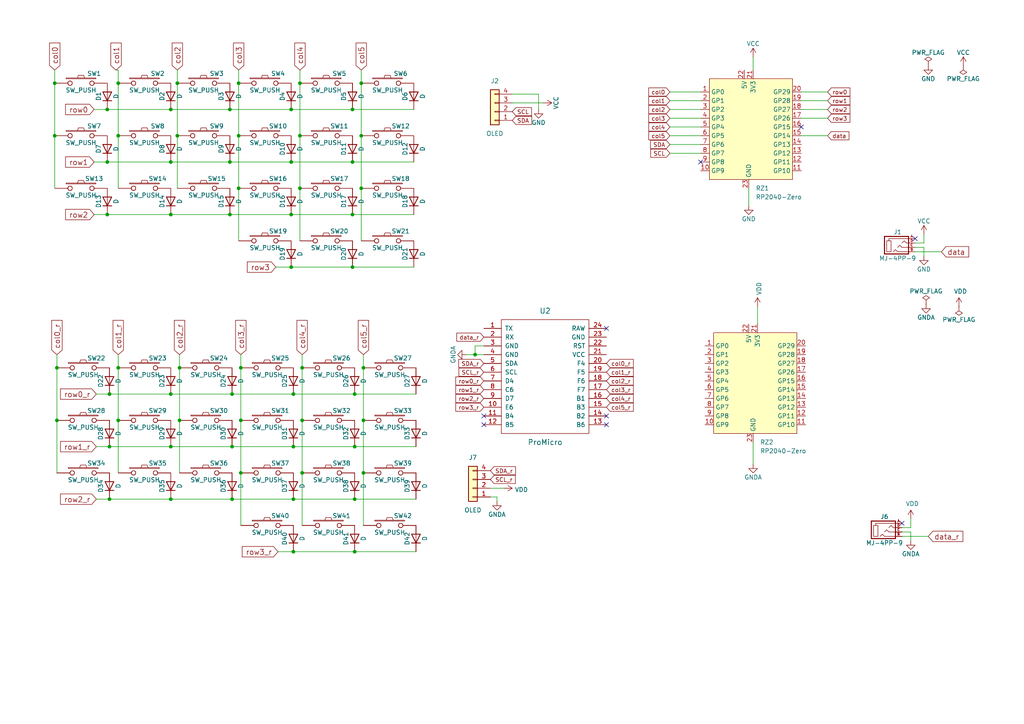
<source format=kicad_sch>
(kicad_sch (version 20211123) (generator eeschema)
  (paper "A4")
  (title_block (title "Corne Light") (date "2018-12-26") (rev "2.1") (company "foostan"))
  (lib_symbols
    (symbol "Connector_Generic:Conn_01x04" (pin_names (offset 1.016) hide)
      (property "Reference" "J" (at 0 5.08 0))
      (property "Value" "Conn_01x04" (at 0 -7.62 0))
      (symbol "Conn_01x04_1_1"
        (rectangle (start -1.27 -4.953) (end 0 -5.207) (stroke (width 0.1524)))
        (rectangle (start -1.27 -2.413) (end 0 -2.667) (stroke (width 0.1524)))
        (rectangle (start -1.27 0.127) (end 0 -0.127) (stroke (width 0.1524)))
        (rectangle (start -1.27 2.667) (end 0 2.413) (stroke (width 0.1524)))
        (rectangle (start -1.27 3.81) (end 1.27 -6.35) (stroke (width 0.254)) (fill (type background)))
        (pin passive line (at -5.08 2.54 0) (length 3.81) (name "Pin_1") (number "1"))
        (pin passive line (at -5.08 0 0) (length 3.81) (name "Pin_2") (number "2"))
        (pin passive line (at -5.08 -2.54 0) (length 3.81) (name "Pin_3") (number "3"))
        (pin passive line (at -5.08 -5.08 0) (length 3.81) (name "Pin_4") (number "4"))
      )
    )
    (symbol "Device:D" (pin_numbers hide) (pin_names (offset 1.016) hide)
      (property "Reference" "D" (at 0 2.54 0))
      (property "Value" "D" (at 0 -2.54 0))
      (symbol "D_0_1"
        (polyline (pts (xy -1.27 1.27) (xy -1.27 -1.27)) (stroke (width 0.254)))
        (polyline (pts (xy 1.27 0) (xy -1.27 0)))
        (polyline (pts (xy 1.27 1.27) (xy 1.27 -1.27) (xy -1.27 0) (xy 1.27 1.27)) (stroke (width 0.254)))
      )
      (symbol "D_1_1"
        (pin passive line (at -3.81 0 0) (length 2.54) (name "K") (number "1"))
        (pin passive line (at 3.81 0 180) (length 2.54) (name "A") (number "2"))
      )
    )
    (symbol "chococorne-rescue:MJ-4PP-9-kbd-corne-light-rescue" (pin_names (offset 1.016))
      (property "Reference" "J" (at 0 3.81 0))
      (property "Value" "MJ-4PP-9-kbd-corne-light-rescue" (at 0 -3.81 0))
      (symbol "MJ-4PP-9-kbd-corne-light-rescue_0_1"
        (rectangle (start -1.905 -1.905) (end -3.175 1.27))
        (polyline (pts (xy -2.54 1.27) (xy -2.54 1.905) (xy 3.175 1.905)))
        (polyline (pts (xy -1.27 -1.905) (xy -0.635 -1.27) (xy 0 -1.905) (xy 3.175 -1.905)))
        (polyline (pts (xy 0 -0.635) (xy 0.635 0) (xy 1.27 -0.635) (xy 3.175 -0.635)))
        (polyline (pts (xy 1.27 0.635) (xy 1.905 1.27) (xy 2.54 0.635) (xy 3.175 0.635)))
        (rectangle (start 3.175 2.54) (end -3.81 -2.54) (stroke (width 0.3048)))
      )
      (symbol "MJ-4PP-9-kbd-corne-light-rescue_1_1"
        (pin input line (at 5.08 1.905 180) (length 2.0066) (name "~") (number "A"))
        (pin input line (at 5.08 -1.905 180) (length 2.0066) (name "~") (number "B"))
        (pin input line (at 5.08 -0.635 180) (length 2.0066) (name "~") (number "C"))
        (pin input line (at 5.08 0.635 180) (length 2.0066) (name "~") (number "D"))
      )
    )
    (symbol "chococorne-rescue:ProMicro-kbd-corne-light-rescue" (pin_names (offset 1.016))
      (property "Reference" "U" (at 0 24.13 0))
      (property "Value" "ProMicro-kbd-corne-light-rescue" (at 0 -13.97 0))
      (symbol "ProMicro-kbd-corne-light-rescue_0_1"
        (rectangle (start -12.7 21.59) (end 12.7 -11.43))
      )
      (symbol "ProMicro-kbd-corne-light-rescue_1_1"
        (pin bidirectional line (at -17.78 19.05 0) (length 5.08) (name "TX") (number "1"))
        (pin bidirectional line (at -17.78 -3.81 0) (length 5.08) (name "E6") (number "10"))
        (pin bidirectional line (at -17.78 -6.35 0) (length 5.08) (name "B4") (number "11"))
        (pin bidirectional line (at -17.78 -8.89 0) (length 5.08) (name "B5") (number "12"))
        (pin bidirectional line (at 17.78 -8.89 180) (length 5.08) (name "B6") (number "13"))
        (pin bidirectional line (at 17.78 -6.35 180) (length 5.08) (name "B2") (number "14"))
        (pin bidirectional line (at 17.78 -3.81 180) (length 5.08) (name "B3") (number "15"))
        (pin bidirectional line (at 17.78 -1.27 180) (length 5.08) (name "B1") (number "16"))
        (pin bidirectional line (at 17.78 1.27 180) (length 5.08) (name "F7") (number "17"))
        (pin bidirectional line (at 17.78 3.81 180) (length 5.08) (name "F6") (number "18"))
        (pin bidirectional line (at 17.78 6.35 180) (length 5.08) (name "F5") (number "19"))
        (pin bidirectional line (at -17.78 16.51 0) (length 5.08) (name "RX") (number "2"))
        (pin bidirectional line (at 17.78 8.89 180) (length 5.08) (name "F4") (number "20"))
        (pin power_in line (at 17.78 11.43 180) (length 5.08) (name "VCC") (number "21"))
        (pin input line (at 17.78 13.97 180) (length 5.08) (name "RST") (number "22"))
        (pin power_in line (at 17.78 16.51 180) (length 5.08) (name "GND") (number "23"))
        (pin power_out line (at 17.78 19.05 180) (length 5.08) (name "RAW") (number "24"))
        (pin power_in line (at -17.78 13.97 0) (length 5.08) (name "GND") (number "3"))
        (pin power_in line (at -17.78 11.43 0) (length 5.08) (name "GND") (number "4"))
        (pin bidirectional line (at -17.78 8.89 0) (length 5.08) (name "SDA") (number "5"))
        (pin bidirectional line (at -17.78 6.35 0) (length 5.08) (name "SCL") (number "6"))
        (pin bidirectional line (at -17.78 3.81 0) (length 5.08) (name "D4") (number "7"))
        (pin bidirectional line (at -17.78 1.27 0) (length 5.08) (name "C6") (number "8"))
        (pin bidirectional line (at -17.78 -1.27 0) (length 5.08) (name "D7") (number "9"))
      )
    )
    (symbol "chococorne-rescue:SW_PUSH-kbd-corne-light-rescue" (pin_numbers hide) (pin_names (offset 1.016) hide)
      (property "Reference" "SW" (at 3.81 2.794 0))
      (property "Value" "SW_PUSH-kbd-corne-light-rescue" (at 0 -2.032 0))
      (symbol "SW_PUSH-kbd-corne-light-rescue_0_1"
        (rectangle (start -4.318 1.27) (end 4.318 1.524))
        (polyline (pts (xy -1.016 1.524) (xy -0.762 2.286) (xy 0.762 2.286) (xy 1.016 1.524)))
        (pin passive inverted (at -7.62 0 0) (length 5.08) (name "1") (number "1"))
        (pin passive inverted (at 7.62 0 180) (length 5.08) (name "2") (number "2"))
      )
    )
    (symbol "power:GND" (power) (pin_names (offset 0))
      (property "Value" "GND" (at 0 -3.81 0))
      (symbol "GND_0_1"
        (polyline (pts (xy 0 0) (xy 0 -1.27) (xy 1.27 -1.27) (xy 0 -2.54) (xy -1.27 -1.27) (xy 0 -1.27)))
      )
      (symbol "GND_1_1"
        (pin power_in line (at 0 0 270) (length 0) hide (name "GND") (number "1"))
      )
    )
    (symbol "power:GNDA" (power) (pin_names (offset 0))
      (property "Value" "GNDA" (at 0 -3.81 0))
      (symbol "GNDA_0_1"
        (polyline (pts (xy 0 0) (xy 0 -1.27) (xy 1.27 -1.27) (xy 0 -2.54) (xy -1.27 -1.27) (xy 0 -1.27)))
      )
      (symbol "GNDA_1_1"
        (pin power_in line (at 0 0 270) (length 0) hide (name "GNDA") (number "1"))
      )
    )
    (symbol "power:PWR_FLAG" (power) (pin_numbers hide) (pin_names (offset 0) hide)
      (property "Value" "PWR_FLAG" (at 0 3.81 0))
      (symbol "PWR_FLAG_0_0"
        (pin power_out line (at 0 0 90) (length 0) (name "pwr") (number "1"))
      )
      (symbol "PWR_FLAG_0_1"
        (polyline (pts (xy 0 0) (xy 0 1.27) (xy -1.016 1.905) (xy 0 2.54) (xy 1.016 1.905) (xy 0 1.27)))
      )
    )
    (symbol "power:VCC" (power) (pin_names (offset 0))
      (property "Value" "VCC" (at 0 3.81 0))
      (symbol "VCC_0_1"
        (polyline (pts (xy -0.762 1.27) (xy 0 2.54)))
        (polyline (pts (xy 0 0) (xy 0 2.54)))
        (polyline (pts (xy 0 2.54) (xy 0.762 1.27)))
      )
      (symbol "VCC_1_1"
        (pin power_in line (at 0 0 90) (length 0) hide (name "VCC") (number "1"))
      )
    )
    (symbol "power:VDD" (power) (pin_names (offset 0))
      (property "Value" "VDD" (at 0 3.81 0))
      (symbol "VDD_0_1"
        (polyline (pts (xy -0.762 1.27) (xy 0 2.54)))
        (polyline (pts (xy 0 0) (xy 0 2.54)))
        (polyline (pts (xy 0 2.54) (xy 0.762 1.27)))
      )
      (symbol "VDD_1_1"
        (pin power_in line (at 0 0 90) (length 0) hide (name "VDD") (number "1"))
      )
    )
    (symbol "rp2040-zero:RP2040-Zero"
      (property "Reference" "RZ" (at 0 0 0))
      (property "Value" "RP2040-Zero" (at 0 -2.54 0))
      (symbol "RP2040-Zero_0_1"
        (rectangle (start -11.43 -15.24) (end 12.7 13.97) (fill (type background)))
      )
      (symbol "RP2040-Zero_1_1"
        (pin bidirectional line (at -13.97 10.16 0) (length 2.54) (name "GP0") (number "1"))
        (pin bidirectional line (at -13.97 -12.7 0) (length 2.54) (name "GP9") (number "10"))
        (pin bidirectional line (at 15.24 -12.7 180) (length 2.54) (name "GP10") (number "11"))
        (pin bidirectional line (at 15.24 -10.16 180) (length 2.54) (name "GP11") (number "12"))
        (pin bidirectional line (at 15.24 -7.62 180) (length 2.54) (name "GP12") (number "13"))
        (pin bidirectional line (at 15.24 -5.08 180) (length 2.54) (name "GP13") (number "14"))
        (pin bidirectional line (at 15.24 -2.54 180) (length 2.54) (name "GP14") (number "15"))
        (pin bidirectional line (at 15.24 0 180) (length 2.54) (name "GP15") (number "16"))
        (pin bidirectional line (at 15.24 2.54 180) (length 2.54) (name "GP26") (number "17"))
        (pin bidirectional line (at 15.24 5.08 180) (length 2.54) (name "GP27") (number "18"))
        (pin bidirectional line (at 15.24 7.62 180) (length 2.54) (name "GP28") (number "19"))
        (pin bidirectional line (at -13.97 7.62 0) (length 2.54) (name "GP1") (number "2"))
        (pin bidirectional line (at 15.24 10.16 180) (length 2.54) (name "GP29") (number "20"))
        (pin power_in line (at 1.27 16.51 270) (length 2.54) (name "3V3") (number "21"))
        (pin power_in line (at -1.27 16.51 270) (length 2.54) (name "5V") (number "22"))
        (pin power_in line (at 0 -17.78 90) (length 2.54) (name "GND") (number "23"))
        (pin bidirectional line (at -13.97 5.08 0) (length 2.54) (name "GP2") (number "3"))
        (pin bidirectional line (at -13.97 2.54 0) (length 2.54) (name "GP3") (number "4"))
        (pin bidirectional line (at -13.97 0 0) (length 2.54) (name "GP4") (number "5"))
        (pin bidirectional line (at -13.97 -2.54 0) (length 2.54) (name "GP5") (number "6"))
        (pin bidirectional line (at -13.97 -5.08 0) (length 2.54) (name "GP6") (number "7"))
        (pin bidirectional line (at -13.97 -7.62 0) (length 2.54) (name "GP7") (number "8"))
        (pin bidirectional line (at -13.97 -10.16 0) (length 2.54) (name "GP8") (number "9"))
      )
    )
  )
  (junction (at 105.41 121.92))
  (junction (at 102.87 144.78))
  (junction (at 66.675 31.75))
  (junction (at 87.63 137.16))
  (junction (at 102.235 31.75))
  (junction (at 31.75 144.78))
  (junction (at 34.29 24.13))
  (junction (at 52.07 106.68))
  (junction (at 31.115 31.75))
  (junction (at 49.53 46.99))
  (junction (at 87.63 106.68))
  (junction (at 49.53 31.75))
  (junction (at 102.87 129.54))
  (junction (at 16.51 121.92))
  (junction (at 31.75 114.3))
  (junction (at 67.31 144.78))
  (junction (at 49.53 62.23))
  (junction (at 102.235 77.47))
  (junction (at 104.775 54.61))
  (junction (at 85.09 129.54))
  (junction (at 34.29 39.37))
  (junction (at 69.215 24.13))
  (junction (at 87.63 121.92))
  (junction (at 86.995 54.61))
  (junction (at 49.53 144.78))
  (junction (at 67.31 129.54))
  (junction (at 84.455 77.47))
  (junction (at 34.29 121.92))
  (junction (at 84.455 62.23))
  (junction (at 69.85 137.16))
  (junction (at 69.215 39.37))
  (junction (at 49.53 114.3))
  (junction (at 31.115 46.99))
  (junction (at 51.435 24.13))
  (junction (at 102.87 160.02))
  (junction (at 67.31 114.3))
  (junction (at 102.87 114.3))
  (junction (at 31.115 62.23))
  (junction (at 34.29 106.68))
  (junction (at 15.875 24.13))
  (junction (at 31.75 129.54))
  (junction (at 85.09 160.02))
  (junction (at 52.07 121.92))
  (junction (at 102.235 46.99))
  (junction (at 15.875 39.37))
  (junction (at 86.995 39.37))
  (junction (at 66.675 62.23))
  (junction (at 104.775 39.37))
  (junction (at 84.455 46.99))
  (junction (at 51.435 39.37))
  (junction (at 85.09 144.78))
  (junction (at 69.215 54.61))
  (junction (at 69.85 121.92))
  (junction (at 85.09 114.3))
  (junction (at 66.675 46.99))
  (junction (at 102.235 62.23))
  (junction (at 104.775 24.13))
  (junction (at 69.85 106.68))
  (junction (at 105.41 137.16))
  (junction (at 86.995 24.13))
  (junction (at 105.41 106.68))
  (junction (at 84.455 31.75))
  (junction (at 137.795 102.87))
  (junction (at 16.51 106.68))
  (junction (at 49.53 129.54))
  (no_connect (at 140.335 120.65))
  (no_connect (at 175.895 95.25))
  (no_connect (at 232.41 36.83))
  (no_connect (at 203.2 46.99))
  (no_connect (at 175.895 123.19))
  (no_connect (at 261.62 151.765))
  (no_connect (at 265.43 69.215))
  (no_connect (at 140.335 123.19))
  (no_connect (at 175.895 120.65))
  (wire (pts (xy 104.775 24.13) (xy 104.775 39.37)))
  (wire (pts (xy 267.97 71.755) (xy 267.97 74.295)))
  (wire (pts (xy 15.875 20.32) (xy 15.875 24.13)))
  (wire (pts (xy 232.41 26.67) (xy 240.03 26.67)))
  (wire (pts (xy 80.645 160.02) (xy 85.09 160.02)))
  (wire (pts (xy 194.31 31.75) (xy 203.2 31.75)))
  (wire (pts (xy 86.995 20.32) (xy 86.995 24.13)))
  (wire (pts (xy 87.63 137.16) (xy 87.63 152.4)))
  (wire (pts (xy 69.85 121.92) (xy 69.85 137.16)))
  (wire (pts (xy 102.87 129.54) (xy 120.65 129.54)))
  (wire (pts (xy 104.775 54.61) (xy 104.775 69.85)))
  (wire (pts (xy 84.455 62.23) (xy 102.235 62.23)))
  (wire (pts (xy 52.07 106.68) (xy 52.07 121.92)))
  (wire (pts (xy 232.41 34.29) (xy 240.03 34.29)))
  (wire (pts (xy 232.41 31.75) (xy 240.03 31.75)))
  (wire (pts (xy 194.31 44.45) (xy 203.2 44.45)))
  (wire (pts (xy 67.31 144.78) (xy 85.09 144.78)))
  (wire (pts (xy 86.995 39.37) (xy 86.995 54.61)))
  (wire (pts (xy 148.59 29.845) (xy 157.48 29.845)))
  (wire (pts (xy 265.43 71.755) (xy 267.97 71.755)))
  (wire (pts (xy 34.29 121.92) (xy 34.29 137.16)))
  (wire (pts (xy 85.09 144.78) (xy 102.87 144.78)))
  (wire (pts (xy 105.41 102.87) (xy 105.41 106.68)))
  (wire (pts (xy 85.09 114.3) (xy 102.87 114.3)))
  (wire (pts (xy 156.21 31.75) (xy 156.21 27.305)))
  (wire (pts (xy 15.875 24.13) (xy 15.875 39.37)))
  (wire (pts (xy 87.63 121.92) (xy 87.63 137.16)))
  (wire (pts (xy 16.51 102.87) (xy 16.51 106.68)))
  (wire (pts (xy 27.94 114.3) (xy 31.75 114.3)))
  (wire (pts (xy 31.75 114.3) (xy 49.53 114.3)))
  (wire (pts (xy 27.94 144.78) (xy 31.75 144.78)))
  (wire (pts (xy 137.795 100.33) (xy 137.795 102.87)))
  (wire (pts (xy 52.07 121.92) (xy 52.07 137.16)))
  (wire (pts (xy 264.16 154.305) (xy 264.16 156.845)))
  (wire (pts (xy 102.87 144.78) (xy 120.65 144.78)))
  (wire (pts (xy 87.63 106.68) (xy 87.63 121.92)))
  (wire (pts (xy 51.435 39.37) (xy 51.435 54.61)))
  (wire (pts (xy 85.09 160.02) (xy 102.87 160.02)))
  (wire (pts (xy 218.44 128.27) (xy 218.44 134.62)))
  (wire (pts (xy 69.85 137.16) (xy 69.85 152.4)))
  (wire (pts (xy 142.24 144.145) (xy 144.145 144.145)))
  (wire (pts (xy 15.875 39.37) (xy 15.875 54.61)))
  (wire (pts (xy 69.215 24.13) (xy 69.215 39.37)))
  (wire (pts (xy 156.21 27.305) (xy 148.59 27.305)))
  (wire (pts (xy 203.2 34.29) (xy 194.31 34.29)))
  (wire (pts (xy 69.85 106.68) (xy 69.85 121.92)))
  (wire (pts (xy 144.145 144.145) (xy 144.145 145.415)))
  (wire (pts (xy 67.31 129.54) (xy 85.09 129.54)))
  (wire (pts (xy 194.31 29.21) (xy 203.2 29.21)))
  (wire (pts (xy 34.29 24.13) (xy 34.29 39.37)))
  (wire (pts (xy 69.215 39.37) (xy 69.215 54.61)))
  (wire (pts (xy 102.235 46.99) (xy 120.015 46.99)))
  (wire (pts (xy 86.995 54.61) (xy 86.995 69.85)))
  (wire (pts (xy 135.255 102.87) (xy 137.795 102.87)))
  (wire (pts (xy 34.29 20.32) (xy 33.655 20.32)))
  (wire (pts (xy 34.29 102.87) (xy 34.29 106.68)))
  (wire (pts (xy 34.29 39.37) (xy 34.29 54.61)))
  (wire (pts (xy 87.63 102.87) (xy 87.63 106.68)))
  (wire (pts (xy 34.29 106.68) (xy 34.29 121.92)))
  (wire (pts (xy 66.675 46.99) (xy 84.455 46.99)))
  (wire (pts (xy 105.41 121.92) (xy 105.41 137.16)))
  (wire (pts (xy 102.87 114.3) (xy 120.65 114.3)))
  (wire (pts (xy 86.995 24.13) (xy 86.995 39.37)))
  (wire (pts (xy 49.53 46.99) (xy 66.675 46.99)))
  (wire (pts (xy 137.795 102.87) (xy 140.335 102.87)))
  (wire (pts (xy 267.97 70.485) (xy 267.97 67.945)))
  (wire (pts (xy 52.07 102.87) (xy 52.07 106.68)))
  (wire (pts (xy 140.335 100.33) (xy 137.795 100.33)))
  (wire (pts (xy 51.435 24.13) (xy 51.435 39.37)))
  (wire (pts (xy 265.43 70.485) (xy 267.97 70.485)))
  (wire (pts (xy 102.235 31.75) (xy 120.015 31.75)))
  (wire (pts (xy 66.675 62.23) (xy 84.455 62.23)))
  (wire (pts (xy 84.455 77.47) (xy 102.235 77.47)))
  (wire (pts (xy 219.71 88.9) (xy 219.71 93.98)))
  (wire (pts (xy 27.305 62.23) (xy 31.115 62.23)))
  (wire (pts (xy 80.01 77.47) (xy 84.455 77.47)))
  (wire (pts (xy 261.62 155.575) (xy 269.24 155.575)))
  (wire (pts (xy 142.24 141.605) (xy 146.05 141.605)))
  (wire (pts (xy 104.775 20.32) (xy 104.775 24.13)))
  (wire (pts (xy 49.53 31.75) (xy 66.675 31.75)))
  (wire (pts (xy 102.235 62.23) (xy 120.015 62.23)))
  (wire (pts (xy 69.85 102.87) (xy 69.85 106.68)))
  (wire (pts (xy 69.215 20.32) (xy 69.215 24.13)))
  (wire (pts (xy 261.62 154.305) (xy 264.16 154.305)))
  (wire (pts (xy 31.115 62.23) (xy 49.53 62.23)))
  (wire (pts (xy 194.31 39.37) (xy 203.2 39.37)))
  (wire (pts (xy 31.115 46.99) (xy 49.53 46.99)))
  (wire (pts (xy 16.51 106.68) (xy 16.51 121.92)))
  (wire (pts (xy 105.41 106.68) (xy 105.41 121.92)))
  (wire (pts (xy 16.51 121.92) (xy 16.51 137.16)))
  (wire (pts (xy 232.41 29.21) (xy 240.03 29.21)))
  (wire (pts (xy 27.305 46.99) (xy 31.115 46.99)))
  (wire (pts (xy 218.44 16.51) (xy 218.44 20.32)))
  (wire (pts (xy 27.305 31.75) (xy 31.115 31.75)))
  (wire (pts (xy 27.94 129.54) (xy 31.75 129.54)))
  (wire (pts (xy 51.435 20.32) (xy 51.435 24.13)))
  (wire (pts (xy 84.455 31.75) (xy 102.235 31.75)))
  (wire (pts (xy 203.2 36.83) (xy 194.31 36.83)))
  (wire (pts (xy 85.09 129.54) (xy 102.87 129.54)))
  (wire (pts (xy 104.775 39.37) (xy 104.775 54.61)))
  (wire (pts (xy 49.53 62.23) (xy 66.675 62.23)))
  (wire (pts (xy 49.53 144.78) (xy 67.31 144.78)))
  (wire (pts (xy 217.17 54.61) (xy 217.17 59.69)))
  (wire (pts (xy 194.31 41.91) (xy 203.2 41.91)))
  (wire (pts (xy 265.43 73.025) (xy 273.05 73.025)))
  (wire (pts (xy 102.87 160.02) (xy 120.65 160.02)))
  (wire (pts (xy 84.455 46.99) (xy 102.235 46.99)))
  (wire (pts (xy 261.62 153.035) (xy 264.16 153.035)))
  (wire (pts (xy 232.41 39.37) (xy 240.03 39.37)))
  (wire (pts (xy 49.53 114.3) (xy 67.31 114.3)))
  (wire (pts (xy 31.75 144.78) (xy 49.53 144.78)))
  (wire (pts (xy 264.16 153.035) (xy 264.16 150.495)))
  (wire (pts (xy 203.2 26.67) (xy 194.31 26.67)))
  (wire (pts (xy 31.75 129.54) (xy 49.53 129.54)))
  (wire (pts (xy 49.53 129.54) (xy 67.31 129.54)))
  (wire (pts (xy 34.29 20.32) (xy 34.29 24.13)))
  (wire (pts (xy 66.675 31.75) (xy 84.455 31.75)))
  (wire (pts (xy 31.115 31.75) (xy 49.53 31.75)))
  (wire (pts (xy 102.235 77.47) (xy 120.015 77.47)))
  (wire (pts (xy 67.31 114.3) (xy 85.09 114.3)))
  (wire (pts (xy 69.215 54.61) (xy 69.215 69.85)))
  (wire (pts (xy 105.41 137.16) (xy 105.41 152.4)))
  (global_label "row3_r" (shape input) (at 80.645 160.02 180) (effects (font (size 1.524 1.524))) (property "Referencias entre hojas" "${INTERSHEET_REFS}" (effects hide)))
  (global_label "row2_r" (shape input) (at 140.335 115.57 180) (effects (font (size 1.1938 1.1938))) (property "Referencias entre hojas" "${INTERSHEET_REFS}" (effects hide)))
  (global_label "col5" (shape input) (at 194.31 39.37 180) (effects (font (size 1.1938 1.1938))) (property "Referencias entre hojas" "${INTERSHEET_REFS}" (effects hide)))
  (global_label "col3_r" (shape input) (at 175.895 113.03 0) (effects (font (size 1.1938 1.1938))) (property "Referencias entre hojas" "${INTERSHEET_REFS}" (effects hide)))
  (global_label "row2_r" (shape input) (at 27.94 144.78 180) (effects (font (size 1.524 1.524))) (property "Referencias entre hojas" "${INTERSHEET_REFS}" (effects hide)))
  (global_label "row3" (shape input) (at 240.03 34.29 0) (effects (font (size 1.1938 1.1938))) (property "Referencias entre hojas" "${INTERSHEET_REFS}" (effects hide)))
  (global_label "row2" (shape input) (at 240.03 31.75 0) (effects (font (size 1.1938 1.1938))) (property "Referencias entre hojas" "${INTERSHEET_REFS}" (effects hide)))
  (global_label "data" (shape input) (at 273.05 73.025 0) (effects (font (size 1.524 1.524))) (property "Referencias entre hojas" "${INTERSHEET_REFS}" (effects hide)))
  (global_label "col3" (shape input) (at 69.215 20.32 90) (effects (font (size 1.524 1.524))) (property "Referencias entre hojas" "${INTERSHEET_REFS}" (effects hide)))
  (global_label "SDA_r" (shape input) (at 142.24 136.525 0) (effects (font (size 1.1938 1.1938))) (property "Referencias entre hojas" "${INTERSHEET_REFS}" (effects hide)))
  (global_label "col4_r" (shape input) (at 175.895 115.57 0) (effects (font (size 1.1938 1.1938))) (property "Referencias entre hojas" "${INTERSHEET_REFS}" (effects hide)))
  (global_label "row0" (shape input) (at 240.03 26.67 0) (effects (font (size 1.1938 1.1938))) (property "Referencias entre hojas" "${INTERSHEET_REFS}" (effects hide)))
  (global_label "col3_r" (shape input) (at 69.85 102.87 90) (effects (font (size 1.524 1.524))) (property "Referencias entre hojas" "${INTERSHEET_REFS}" (effects hide)))
  (global_label "row3_r" (shape input) (at 140.335 118.11 180) (effects (font (size 1.1938 1.1938))) (property "Referencias entre hojas" "${INTERSHEET_REFS}" (effects hide)))
  (global_label "col1" (shape input) (at 33.655 20.32 90) (effects (font (size 1.524 1.524))) (property "Referencias entre hojas" "${INTERSHEET_REFS}" (effects hide)))
  (global_label "SDA_r" (shape input) (at 140.335 105.41 180) (effects (font (size 1.1938 1.1938))) (property "Referencias entre hojas" "${INTERSHEET_REFS}" (effects hide)))
  (global_label "SCL" (shape input) (at 148.59 32.385 0) (effects (font (size 1.1938 1.1938))) (property "Referencias entre hojas" "${INTERSHEET_REFS}" (effects hide)))
  (global_label "row3" (shape input) (at 80.01 77.47 180) (effects (font (size 1.524 1.524))) (property "Referencias entre hojas" "${INTERSHEET_REFS}" (effects hide)))
  (global_label "col3" (shape input) (at 194.31 34.29 180) (effects (font (size 1.1938 1.1938))) (property "Referencias entre hojas" "${INTERSHEET_REFS}" (effects hide)))
  (global_label "data_r" (shape input) (at 140.335 97.79 180) (effects (font (size 1.1938 1.1938))) (property "Referencias entre hojas" "${INTERSHEET_REFS}" (effects hide)))
  (global_label "col2" (shape input) (at 51.435 20.32 90) (effects (font (size 1.524 1.524))) (property "Referencias entre hojas" "${INTERSHEET_REFS}" (effects hide)))
  (global_label "row0" (shape input) (at 27.305 31.75 180) (effects (font (size 1.524 1.524))) (property "Referencias entre hojas" "${INTERSHEET_REFS}" (effects hide)))
  (global_label "col2_r" (shape input) (at 52.07 102.87 90) (effects (font (size 1.524 1.524))) (property "Referencias entre hojas" "${INTERSHEET_REFS}" (effects hide)))
  (global_label "row2" (shape input) (at 27.305 62.23 180) (effects (font (size 1.524 1.524))) (property "Referencias entre hojas" "${INTERSHEET_REFS}" (effects hide)))
  (global_label "col4_r" (shape input) (at 87.63 102.87 90) (effects (font (size 1.524 1.524))) (property "Referencias entre hojas" "${INTERSHEET_REFS}" (effects hide)))
  (global_label "col2_r" (shape input) (at 175.895 110.49 0) (effects (font (size 1.1938 1.1938))) (property "Referencias entre hojas" "${INTERSHEET_REFS}" (effects hide)))
  (global_label "col0_r" (shape input) (at 16.51 102.87 90) (effects (font (size 1.524 1.524))) (property "Referencias entre hojas" "${INTERSHEET_REFS}" (effects hide)))
  (global_label "SCL_r" (shape input) (at 140.335 107.95 180) (effects (font (size 1.1938 1.1938))) (property "Referencias entre hojas" "${INTERSHEET_REFS}" (effects hide)))
  (global_label "SDA" (shape input) (at 148.59 34.925 0) (effects (font (size 1.1938 1.1938))) (property "Referencias entre hojas" "${INTERSHEET_REFS}" (effects hide)))
  (global_label "row0_r" (shape input) (at 27.94 114.3 180) (effects (font (size 1.524 1.524))) (property "Referencias entre hojas" "${INTERSHEET_REFS}" (effects hide)))
  (global_label "col1_r" (shape input) (at 34.29 102.87 90) (effects (font (size 1.524 1.524))) (property "Referencias entre hojas" "${INTERSHEET_REFS}" (effects hide)))
  (global_label "col4" (shape input) (at 86.995 20.32 90) (effects (font (size 1.524 1.524))) (property "Referencias entre hojas" "${INTERSHEET_REFS}" (effects hide)))
  (global_label "row1" (shape input) (at 27.305 46.99 180) (effects (font (size 1.524 1.524))) (property "Referencias entre hojas" "${INTERSHEET_REFS}" (effects hide)))
  (global_label "col4" (shape input) (at 194.31 36.83 180) (effects (font (size 1.1938 1.1938))) (property "Referencias entre hojas" "${INTERSHEET_REFS}" (effects hide)))
  (global_label "col0_r" (shape input) (at 175.895 105.41 0) (effects (font (size 1.1938 1.1938))) (property "Referencias entre hojas" "${INTERSHEET_REFS}" (effects hide)))
  (global_label "col2" (shape input) (at 194.31 31.75 180) (effects (font (size 1.1938 1.1938))) (property "Referencias entre hojas" "${INTERSHEET_REFS}" (effects hide)))
  (global_label "SDA" (shape input) (at 194.31 41.91 180) (effects (font (size 1.1938 1.1938))) (property "Referencias entre hojas" "${INTERSHEET_REFS}" (effects hide)))
  (global_label "data" (shape input) (at 240.03 39.37 0) (effects (font (size 1.1938 1.1938))) (property "Referencias entre hojas" "${INTERSHEET_REFS}" (effects hide)))
  (global_label "row1" (shape input) (at 240.03 29.21 0) (effects (font (size 1.1938 1.1938))) (property "Referencias entre hojas" "${INTERSHEET_REFS}" (effects hide)))
  (global_label "col0" (shape input) (at 15.875 20.32 90) (effects (font (size 1.524 1.524))) (property "Referencias entre hojas" "${INTERSHEET_REFS}" (effects hide)))
  (global_label "row1_r" (shape input) (at 27.94 129.54 180) (effects (font (size 1.524 1.524))) (property "Referencias entre hojas" "${INTERSHEET_REFS}" (effects hide)))
  (global_label "col0" (shape input) (at 194.31 26.67 180) (effects (font (size 1.1938 1.1938))) (property "Referencias entre hojas" "${INTERSHEET_REFS}" (effects hide)))
  (global_label "col1" (shape input) (at 194.31 29.21 180) (effects (font (size 1.1938 1.1938))) (property "Referencias entre hojas" "${INTERSHEET_REFS}" (effects hide)))
  (global_label "row0_r" (shape input) (at 140.335 110.49 180) (effects (font (size 1.1938 1.1938))) (property "Referencias entre hojas" "${INTERSHEET_REFS}" (effects hide)))
  (global_label "data_r" (shape input) (at 269.24 155.575 0) (effects (font (size 1.524 1.524))) (property "Referencias entre hojas" "${INTERSHEET_REFS}" (effects hide)))
  (global_label "SCL" (shape input) (at 194.31 44.45 180) (effects (font (size 1.1938 1.1938))) (property "Referencias entre hojas" "${INTERSHEET_REFS}" (effects hide)))
  (global_label "col5_r" (shape input) (at 105.41 102.87 90) (effects (font (size 1.524 1.524))) (property "Referencias entre hojas" "${INTERSHEET_REFS}" (effects hide)))
  (global_label "row1_r" (shape input) (at 140.335 113.03 180) (effects (font (size 1.1938 1.1938))) (property "Referencias entre hojas" "${INTERSHEET_REFS}" (effects hide)))
  (global_label "col5_r" (shape input) (at 175.895 118.11 0) (effects (font (size 1.1938 1.1938))) (property "Referencias entre hojas" "${INTERSHEET_REFS}" (effects hide)))
  (global_label "SCL_r" (shape input) (at 142.24 139.065 0) (effects (font (size 1.1938 1.1938))) (property "Referencias entre hojas" "${INTERSHEET_REFS}" (effects hide)))
  (global_label "col1_r" (shape input) (at 175.895 107.95 0) (effects (font (size 1.1938 1.1938))) (property "Referencias entre hojas" "${INTERSHEET_REFS}" (effects hide)))
  (global_label "col5" (shape input) (at 104.775 20.32 90) (effects (font (size 1.524 1.524))) (property "Referencias entre hojas" "${INTERSHEET_REFS}" (effects hide)))
  (symbol (lib_id "chococorne-rescue:SW_PUSH-kbd-corne-light-rescue") (at 59.055 24.13 0) (unit 1)
    (property "Reference" "SW3" (at 62.865 21.336 0))
    (property "Value" "SW_PUSH" (at 59.055 26.162 0))
    (property "Footprint" "kbd:CherryMX_Choc_1u" (effects hide))
  )
  (symbol (lib_id "Device:D") (at 66.675 27.94 90) (unit 1)
    (property "Reference" "D3" (at 64.135 27.94 0))
    (property "Value" "D" (at 69.215 27.94 0))
    (property "Footprint" "kbd:D3_TH" (effects hide))
  )
  (symbol (lib_id "chococorne-rescue:SW_PUSH-kbd-corne-light-rescue") (at 76.835 24.13 0) (unit 1)
    (property "Reference" "SW4" (at 80.645 21.336 0))
    (property "Value" "SW_PUSH" (at 76.835 26.162 0))
    (property "Footprint" "kbd:CherryMX_Choc_1u" (effects hide))
  )
  (symbol (lib_id "chococorne-rescue:SW_PUSH-kbd-corne-light-rescue") (at 94.615 24.13 0) (unit 1)
    (property "Reference" "SW5" (at 98.425 21.336 0))
    (property "Value" "SW_PUSH" (at 94.615 26.162 0))
    (property "Footprint" "kbd:CherryMX_Choc_1u" (effects hide))
  )
  (symbol (lib_id "chococorne-rescue:SW_PUSH-kbd-corne-light-rescue") (at 112.395 24.13 0) (unit 1)
    (property "Reference" "SW6" (at 116.205 21.336 0))
    (property "Value" "SW_PUSH" (at 112.395 26.162 0))
    (property "Footprint" "kbd:CherryMX_Choc_1u" (effects hide))
  )
  (symbol (lib_id "Device:D") (at 84.455 27.94 90) (unit 1)
    (property "Reference" "D4" (at 81.915 27.94 0))
    (property "Value" "D" (at 86.995 27.94 0))
    (property "Footprint" "kbd:D3_TH" (effects hide))
  )
  (symbol (lib_id "Device:D") (at 102.235 27.94 90) (unit 1)
    (property "Reference" "D5" (at 99.695 27.94 0))
    (property "Value" "D" (at 104.775 27.94 0))
    (property "Footprint" "kbd:D3_TH" (effects hide))
  )
  (symbol (lib_id "Device:D") (at 120.015 27.94 90) (unit 1)
    (property "Reference" "D6" (at 117.475 27.94 0))
    (property "Value" "D" (at 122.555 27.94 0))
    (property "Footprint" "kbd:D3_TH" (effects hide))
  )
  (symbol (lib_id "chococorne-rescue:SW_PUSH-kbd-corne-light-rescue") (at 23.495 24.13 0) (unit 1)
    (property "Reference" "SW1" (at 27.305 21.336 0))
    (property "Value" "SW_PUSH" (at 23.495 26.162 0))
    (property "Footprint" "kbd:CherryMX_Choc_1u" (effects hide))
  )
  (symbol (lib_id "Device:D") (at 31.115 27.94 90) (unit 1)
    (property "Reference" "D1" (at 28.575 27.94 0))
    (property "Value" "D" (at 33.655 27.94 0))
    (property "Footprint" "kbd:D3_TH" (effects hide))
  )
  (symbol (lib_id "chococorne-rescue:SW_PUSH-kbd-corne-light-rescue") (at 59.055 39.37 0) (unit 1)
    (property "Reference" "SW9" (at 62.865 36.576 0))
    (property "Value" "SW_PUSH" (at 59.055 41.402 0))
    (property "Footprint" "kbd:CherryMX_Choc_1u" (effects hide))
  )
  (symbol (lib_id "Device:D") (at 66.675 43.18 90) (unit 1)
    (property "Reference" "D9" (at 64.135 43.18 0))
    (property "Value" "D" (at 69.215 43.18 0))
    (property "Footprint" "kbd:D3_TH" (effects hide))
  )
  (symbol (lib_id "chococorne-rescue:SW_PUSH-kbd-corne-light-rescue") (at 76.835 39.37 0) (unit 1)
    (property "Reference" "SW10" (at 80.645 36.576 0))
    (property "Value" "SW_PUSH" (at 76.835 41.402 0))
    (property "Footprint" "kbd:CherryMX_Choc_1u" (effects hide))
  )
  (symbol (lib_id "chococorne-rescue:SW_PUSH-kbd-corne-light-rescue") (at 94.615 39.37 0) (unit 1)
    (property "Reference" "SW11" (at 98.425 36.576 0))
    (property "Value" "SW_PUSH" (at 94.615 41.402 0))
    (property "Footprint" "kbd:CherryMX_Choc_1u" (effects hide))
  )
  (symbol (lib_id "chococorne-rescue:SW_PUSH-kbd-corne-light-rescue") (at 112.395 39.37 0) (unit 1)
    (property "Reference" "SW12" (at 116.205 36.576 0))
    (property "Value" "SW_PUSH" (at 112.395 41.402 0))
    (property "Footprint" "kbd:CherryMX_Choc_1u" (effects hide))
  )
  (symbol (lib_id "Device:D") (at 84.455 43.18 90) (unit 1)
    (property "Reference" "D10" (at 81.915 43.18 0))
    (property "Value" "D" (at 86.995 43.18 0))
    (property "Footprint" "kbd:D3_TH" (effects hide))
  )
  (symbol (lib_id "Device:D") (at 102.235 43.18 90) (unit 1)
    (property "Reference" "D11" (at 99.695 43.18 0))
    (property "Value" "D" (at 104.775 43.18 0))
    (property "Footprint" "kbd:D3_TH" (effects hide))
  )
  (symbol (lib_id "Device:D") (at 120.015 43.18 90) (unit 1)
    (property "Reference" "D12" (at 117.475 43.18 0))
    (property "Value" "D" (at 122.555 43.18 0))
    (property "Footprint" "kbd:D3_TH" (effects hide))
  )
  (symbol (lib_id "chococorne-rescue:SW_PUSH-kbd-corne-light-rescue") (at 23.495 39.37 0) (unit 1)
    (property "Reference" "SW7" (at 27.305 36.576 0))
    (property "Value" "SW_PUSH" (at 23.495 41.402 0))
    (property "Footprint" "kbd:CherryMX_Choc_1u" (effects hide))
  )
  (symbol (lib_id "Device:D") (at 31.115 43.18 90) (unit 1)
    (property "Reference" "D7" (at 28.575 43.18 0))
    (property "Value" "D" (at 33.655 43.18 0))
    (property "Footprint" "kbd:D3_TH" (effects hide))
  )
  (symbol (lib_id "chococorne-rescue:SW_PUSH-kbd-corne-light-rescue") (at 59.055 54.61 0) (unit 1)
    (property "Reference" "SW15" (at 62.865 51.816 0))
    (property "Value" "SW_PUSH" (at 59.055 56.642 0))
    (property "Footprint" "kbd:CherryMX_Choc_1u" (effects hide))
  )
  (symbol (lib_id "Device:D") (at 66.675 58.42 90) (unit 1)
    (property "Reference" "D15" (at 64.135 58.42 0))
    (property "Value" "D" (at 69.215 58.42 0))
    (property "Footprint" "kbd:D3_TH" (effects hide))
  )
  (symbol (lib_id "chococorne-rescue:SW_PUSH-kbd-corne-light-rescue") (at 76.835 54.61 0) (unit 1)
    (property "Reference" "SW16" (at 80.645 51.816 0))
    (property "Value" "SW_PUSH" (at 76.835 56.642 0))
    (property "Footprint" "kbd:CherryMX_Choc_1u" (effects hide))
  )
  (symbol (lib_id "chococorne-rescue:SW_PUSH-kbd-corne-light-rescue") (at 94.615 54.61 0) (unit 1)
    (property "Reference" "SW17" (at 98.425 51.816 0))
    (property "Value" "SW_PUSH" (at 94.615 56.642 0))
    (property "Footprint" "kbd:CherryMX_Choc_1u" (effects hide))
  )
  (symbol (lib_id "chococorne-rescue:SW_PUSH-kbd-corne-light-rescue") (at 112.395 54.61 0) (unit 1)
    (property "Reference" "SW18" (at 116.205 51.816 0))
    (property "Value" "SW_PUSH" (at 112.395 56.642 0))
    (property "Footprint" "kbd:CherryMX_Choc_1u" (effects hide))
  )
  (symbol (lib_id "Device:D") (at 84.455 58.42 90) (unit 1)
    (property "Reference" "D16" (at 81.915 58.42 0))
    (property "Value" "D" (at 86.995 58.42 0))
    (property "Footprint" "kbd:D3_TH" (effects hide))
  )
  (symbol (lib_id "Device:D") (at 102.235 58.42 90) (unit 1)
    (property "Reference" "D17" (at 99.695 58.42 0))
    (property "Value" "D" (at 104.775 58.42 0))
    (property "Footprint" "kbd:D3_TH" (effects hide))
  )
  (symbol (lib_id "Device:D") (at 120.015 58.42 90) (unit 1)
    (property "Reference" "D18" (at 117.475 58.42 0))
    (property "Value" "D" (at 122.555 58.42 0))
    (property "Footprint" "kbd:D3_TH" (effects hide))
  )
  (symbol (lib_id "chococorne-rescue:SW_PUSH-kbd-corne-light-rescue") (at 23.495 54.61 0) (unit 1)
    (property "Reference" "SW13" (at 27.305 51.816 0))
    (property "Value" "SW_PUSH" (at 23.495 56.642 0))
    (property "Footprint" "kbd:CherryMX_Choc_1u" (effects hide))
  )
  (symbol (lib_id "Device:D") (at 31.115 58.42 90) (unit 1)
    (property "Reference" "D13" (at 28.575 58.42 0))
    (property "Value" "D" (at 33.655 58.42 0))
    (property "Footprint" "kbd:D3_TH" (effects hide))
  )
  (symbol (lib_id "chococorne-rescue:SW_PUSH-kbd-corne-light-rescue") (at 94.615 69.85 0) (unit 1)
    (property "Reference" "SW20" (at 98.425 67.056 0))
    (property "Value" "SW_PUSH" (at 94.615 71.882 0))
    (property "Footprint" "kbd:CherryMX_Choc_1u" (effects hide))
  )
  (symbol (lib_id "Device:D") (at 102.235 73.66 90) (unit 1)
    (property "Reference" "D20" (at 99.695 73.66 0))
    (property "Value" "D" (at 104.775 73.66 0))
    (property "Footprint" "kbd:D3_TH" (effects hide))
  )
  (symbol (lib_id "chococorne-rescue:SW_PUSH-kbd-corne-light-rescue") (at 112.395 69.85 0) (unit 1)
    (property "Reference" "SW21" (at 116.205 67.056 0))
    (property "Value" "SW_PUSH" (at 112.395 71.882 0))
    (property "Footprint" "kbd:CherryMX_Choc_1.5u" (effects hide))
  )
  (symbol (lib_id "Device:D") (at 120.015 73.66 90) (unit 1)
    (property "Reference" "D21" (at 117.475 73.66 0))
    (property "Value" "D" (at 122.555 73.66 0))
    (property "Footprint" "kbd:D3_TH" (effects hide))
  )
  (symbol (lib_id "chococorne-rescue:SW_PUSH-kbd-corne-light-rescue") (at 76.835 69.85 0) (unit 1)
    (property "Reference" "SW19" (at 80.645 67.056 0))
    (property "Value" "SW_PUSH" (at 76.835 71.882 0))
    (property "Footprint" "kbd:CherryMX_Choc_1u" (effects hide))
  )
  (symbol (lib_id "Device:D") (at 84.455 73.66 90) (unit 1)
    (property "Reference" "D19" (at 81.915 73.66 0))
    (property "Value" "D" (at 86.995 73.66 0))
    (property "Footprint" "kbd:D3_TH" (effects hide))
  )
  (symbol (lib_id "power:GND") (at 217.17 59.69 0) (unit 1)
    (property "Reference" "#PWR03" (effects hide))
    (property "Value" "GND" (at 217.17 63.5 0))
  )
  (symbol (lib_id "power:VCC") (at 218.44 16.51 0) (unit 1)
    (property "Reference" "#PWR05" (effects hide))
    (property "Value" "VCC" (at 218.44 12.7 0))
  )
  (symbol (lib_id "power:GND") (at 269.24 19.05 0) (unit 1)
    (property "Reference" "#PWR01" (effects hide))
    (property "Value" "GND" (at 269.24 22.86 0))
  )
  (symbol (lib_id "power:VCC") (at 279.4 19.05 0) (unit 1)
    (property "Reference" "#PWR02" (effects hide))
    (property "Value" "VCC" (at 279.4 15.24 0))
  )
  (symbol (lib_id "power:PWR_FLAG") (at 279.4 19.05 180) (unit 1)
    (property "Reference" "#FLG02" (effects hide))
    (property "Value" "PWR_FLAG" (at 279.4 22.86 0))
  )
  (symbol (lib_id "power:PWR_FLAG") (at 269.24 19.05 0) (unit 1)
    (property "Reference" "#FLG01" (effects hide))
    (property "Value" "PWR_FLAG" (at 269.24 15.24 0))
  )
  (symbol (lib_id "power:VCC") (at 267.97 67.945 0) (unit 1)
    (property "Reference" "#PWR06" (effects hide))
    (property "Value" "VCC" (at 267.97 64.135 0))
  )
  (symbol (lib_id "power:GND") (at 267.97 74.295 0) (unit 1)
    (property "Reference" "#PWR08" (effects hide))
    (property "Value" "GND" (at 267.97 78.105 0))
  )
  (symbol (lib_id "Connector_Generic:Conn_01x04") (at 143.51 32.385 180) (unit 1)
    (property "Reference" "J2" (at 143.51 23.495 0))
    (property "Value" "OLED" (at 143.51 38.735 0))
    (property "Footprint" "kbd:OLED_1side" (effects hide))
  )
  (symbol (lib_id "power:GND") (at 156.21 31.75 0) (unit 1)
    (property "Reference" "#PWR019" (effects hide))
    (property "Value" "GND" (at 156.21 35.56 0))
  )
  (symbol (lib_id "power:VCC") (at 157.48 29.845 270) (unit 1)
    (property "Reference" "#PWR018" (effects hide))
    (property "Value" "VCC" (at 161.29 29.845 0))
  )
  (symbol (lib_id "chococorne-rescue:MJ-4PP-9-kbd-corne-light-rescue") (at 260.35 71.12 0) (unit 1)
    (property "Reference" "J1" (at 260.35 67.31 0))
    (property "Value" "MJ-4PP-9" (at 260.35 74.93 0))
    (property "Footprint" "kbd:MJ-4PP-9_1side" (effects hide))
  )
  (symbol (lib_id "chococorne-rescue:ProMicro-kbd-corne-light-rescue") (at 158.115 114.3 0) (unit 1)
    (property "Reference" "U2" (at 158.115 90.17 0) (effects (font (size 1.524 1.524))))
    (property "Value" "ProMicro" (at 158.115 128.27 0) (effects (font (size 1.524 1.524))))
    (property "Footprint" "kbd:ProMicro_v2_1side" (effects hide))
  )
  (symbol (lib_id "chococorne-rescue:SW_PUSH-kbd-corne-light-rescue") (at 41.91 106.68 0) (unit 1)
    (property "Reference" "SW23" (at 45.72 103.886 0))
    (property "Value" "SW_PUSH" (at 41.91 108.712 0))
    (property "Footprint" "kbd:CherryMX_Choc_1u" (effects hide))
  )
  (symbol (lib_id "Device:D") (at 49.53 110.49 90) (unit 1)
    (property "Reference" "D23" (at 46.99 110.49 0))
    (property "Value" "D" (at 52.07 110.49 0))
    (property "Footprint" "kbd:D3_TH" (effects hide))
  )
  (symbol (lib_id "chococorne-rescue:SW_PUSH-kbd-corne-light-rescue") (at 59.69 106.68 0) (unit 1)
    (property "Reference" "SW24" (at 63.5 103.886 0))
    (property "Value" "SW_PUSH" (at 59.69 108.712 0))
    (property "Footprint" "kbd:CherryMX_Choc_1u" (effects hide))
  )
  (symbol (lib_id "Device:D") (at 67.31 110.49 90) (unit 1)
    (property "Reference" "D24" (at 64.77 110.49 0))
    (property "Value" "D" (at 69.85 110.49 0))
    (property "Footprint" "kbd:D3_TH" (effects hide))
  )
  (symbol (lib_id "chococorne-rescue:SW_PUSH-kbd-corne-light-rescue") (at 77.47 106.68 0) (unit 1)
    (property "Reference" "SW25" (at 81.28 103.886 0))
    (property "Value" "SW_PUSH" (at 77.47 108.712 0))
    (property "Footprint" "kbd:CherryMX_Choc_1u" (effects hide))
  )
  (symbol (lib_id "chococorne-rescue:SW_PUSH-kbd-corne-light-rescue") (at 95.25 106.68 0) (unit 1)
    (property "Reference" "SW26" (at 99.06 103.886 0))
    (property "Value" "SW_PUSH" (at 95.25 108.712 0))
    (property "Footprint" "kbd:CherryMX_Choc_1u" (effects hide))
  )
  (symbol (lib_id "chococorne-rescue:SW_PUSH-kbd-corne-light-rescue") (at 113.03 106.68 0) (unit 1)
    (property "Reference" "SW27" (at 116.84 103.886 0))
    (property "Value" "SW_PUSH" (at 113.03 108.712 0))
    (property "Footprint" "kbd:CherryMX_Choc_1u" (effects hide))
  )
  (symbol (lib_id "Device:D") (at 85.09 110.49 90) (unit 1)
    (property "Reference" "D25" (at 82.55 110.49 0))
    (property "Value" "D" (at 87.63 110.49 0))
    (property "Footprint" "kbd:D3_TH" (effects hide))
  )
  (symbol (lib_id "Device:D") (at 102.87 110.49 90) (unit 1)
    (property "Reference" "D26" (at 100.33 110.49 0))
    (property "Value" "D" (at 105.41 110.49 0))
    (property "Footprint" "kbd:D3_TH" (effects hide))
  )
  (symbol (lib_id "Device:D") (at 120.65 110.49 90) (unit 1)
    (property "Reference" "D27" (at 118.11 110.49 0))
    (property "Value" "D" (at 123.19 110.49 0))
    (property "Footprint" "kbd:D3_TH" (effects hide))
  )
  (symbol (lib_id "chococorne-rescue:SW_PUSH-kbd-corne-light-rescue") (at 24.13 106.68 0) (unit 1)
    (property "Reference" "SW22" (at 27.94 103.886 0))
    (property "Value" "SW_PUSH" (at 24.13 108.712 0))
    (property "Footprint" "kbd:CherryMX_Choc_1u" (effects hide))
  )
  (symbol (lib_id "Device:D") (at 31.75 110.49 90) (unit 1)
    (property "Reference" "D22" (at 29.21 110.49 0))
    (property "Value" "D" (at 34.29 110.49 0))
    (property "Footprint" "kbd:D3_TH" (effects hide))
  )
  (symbol (lib_id "chococorne-rescue:SW_PUSH-kbd-corne-light-rescue") (at 41.91 121.92 0) (unit 1)
    (property "Reference" "SW29" (at 45.72 119.126 0))
    (property "Value" "SW_PUSH" (at 41.91 123.952 0))
    (property "Footprint" "kbd:CherryMX_Choc_1u" (effects hide))
  )
  (symbol (lib_id "Device:D") (at 49.53 125.73 90) (unit 1)
    (property "Reference" "D29" (at 46.99 125.73 0))
    (property "Value" "D" (at 52.07 125.73 0))
    (property "Footprint" "kbd:D3_TH" (effects hide))
  )
  (symbol (lib_id "chococorne-rescue:SW_PUSH-kbd-corne-light-rescue") (at 59.69 121.92 0) (unit 1)
    (property "Reference" "SW30" (at 63.5 119.126 0))
    (property "Value" "SW_PUSH" (at 59.69 123.952 0))
    (property "Footprint" "kbd:CherryMX_Choc_1u" (effects hide))
  )
  (symbol (lib_id "Device:D") (at 67.31 125.73 90) (unit 1)
    (property "Reference" "D30" (at 64.77 125.73 0))
    (property "Value" "D" (at 69.85 125.73 0))
    (property "Footprint" "kbd:D3_TH" (effects hide))
  )
  (symbol (lib_id "chococorne-rescue:SW_PUSH-kbd-corne-light-rescue") (at 77.47 121.92 0) (unit 1)
    (property "Reference" "SW31" (at 81.28 119.126 0))
    (property "Value" "SW_PUSH" (at 77.47 123.952 0))
    (property "Footprint" "kbd:CherryMX_Choc_1u" (effects hide))
  )
  (symbol (lib_id "chococorne-rescue:SW_PUSH-kbd-corne-light-rescue") (at 95.25 121.92 0) (unit 1)
    (property "Reference" "SW32" (at 99.06 119.126 0))
    (property "Value" "SW_PUSH" (at 95.25 123.952 0))
    (property "Footprint" "kbd:CherryMX_Choc_1u" (effects hide))
  )
  (symbol (lib_id "chococorne-rescue:SW_PUSH-kbd-corne-light-rescue") (at 113.03 121.92 0) (unit 1)
    (property "Reference" "SW33" (at 116.84 119.126 0))
    (property "Value" "SW_PUSH" (at 113.03 123.952 0))
    (property "Footprint" "kbd:CherryMX_Choc_1u" (effects hide))
  )
  (symbol (lib_id "Device:D") (at 85.09 125.73 90) (unit 1)
    (property "Reference" "D31" (at 82.55 125.73 0))
    (property "Value" "D" (at 87.63 125.73 0))
    (property "Footprint" "kbd:D3_TH" (effects hide))
  )
  (symbol (lib_id "Device:D") (at 102.87 125.73 90) (unit 1)
    (property "Reference" "D32" (at 100.33 125.73 0))
    (property "Value" "D" (at 105.41 125.73 0))
    (property "Footprint" "kbd:D3_TH" (effects hide))
  )
  (symbol (lib_id "Device:D") (at 120.65 125.73 90) (unit 1)
    (property "Reference" "D33" (at 118.11 125.73 0))
    (property "Value" "D" (at 123.19 125.73 0))
    (property "Footprint" "kbd:D3_TH" (effects hide))
  )
  (symbol (lib_id "chococorne-rescue:SW_PUSH-kbd-corne-light-rescue") (at 24.13 121.92 0) (unit 1)
    (property "Reference" "SW28" (at 27.94 119.126 0))
    (property "Value" "SW_PUSH" (at 24.13 123.952 0))
    (property "Footprint" "kbd:CherryMX_Choc_1u" (effects hide))
  )
  (symbol (lib_id "Device:D") (at 31.75 125.73 90) (unit 1)
    (property "Reference" "D28" (at 29.21 125.73 0))
    (property "Value" "D" (at 34.29 125.73 0))
    (property "Footprint" "kbd:D3_TH" (effects hide))
  )
  (symbol (lib_id "chococorne-rescue:SW_PUSH-kbd-corne-light-rescue") (at 41.91 137.16 0) (unit 1)
    (property "Reference" "SW35" (at 45.72 134.366 0))
    (property "Value" "SW_PUSH" (at 41.91 139.192 0))
    (property "Footprint" "kbd:CherryMX_Choc_1u" (effects hide))
  )
  (symbol (lib_id "Device:D") (at 49.53 140.97 90) (unit 1)
    (property "Reference" "D35" (at 46.99 140.97 0))
    (property "Value" "D" (at 52.07 140.97 0))
    (property "Footprint" "kbd:D3_TH" (effects hide))
  )
  (symbol (lib_id "chococorne-rescue:SW_PUSH-kbd-corne-light-rescue") (at 59.69 137.16 0) (unit 1)
    (property "Reference" "SW36" (at 63.5 134.366 0))
    (property "Value" "SW_PUSH" (at 59.69 139.192 0))
    (property "Footprint" "kbd:CherryMX_Choc_1u" (effects hide))
  )
  (symbol (lib_id "Device:D") (at 67.31 140.97 90) (unit 1)
    (property "Reference" "D36" (at 64.77 140.97 0))
    (property "Value" "D" (at 69.85 140.97 0))
    (property "Footprint" "kbd:D3_TH" (effects hide))
  )
  (symbol (lib_id "chococorne-rescue:SW_PUSH-kbd-corne-light-rescue") (at 77.47 137.16 0) (unit 1)
    (property "Reference" "SW37" (at 81.28 134.366 0))
    (property "Value" "SW_PUSH" (at 77.47 139.192 0))
    (property "Footprint" "kbd:CherryMX_Choc_1u" (effects hide))
  )
  (symbol (lib_id "chococorne-rescue:SW_PUSH-kbd-corne-light-rescue") (at 95.25 137.16 0) (unit 1)
    (property "Reference" "SW38" (at 99.06 134.366 0))
    (property "Value" "SW_PUSH" (at 95.25 139.192 0))
    (property "Footprint" "kbd:CherryMX_Choc_1u" (effects hide))
  )
  (symbol (lib_id "chococorne-rescue:SW_PUSH-kbd-corne-light-rescue") (at 113.03 137.16 0) (unit 1)
    (property "Reference" "SW39" (at 116.84 134.366 0))
    (property "Value" "SW_PUSH" (at 113.03 139.192 0))
    (property "Footprint" "kbd:CherryMX_Choc_1u" (effects hide))
  )
  (symbol (lib_id "Device:D") (at 85.09 140.97 90) (unit 1)
    (property "Reference" "D37" (at 82.55 140.97 0))
    (property "Value" "D" (at 87.63 140.97 0))
    (property "Footprint" "kbd:D3_TH" (effects hide))
  )
  (symbol (lib_id "Device:D") (at 102.87 140.97 90) (unit 1)
    (property "Reference" "D38" (at 100.33 140.97 0))
    (property "Value" "D" (at 105.41 140.97 0))
    (property "Footprint" "kbd:D3_TH" (effects hide))
  )
  (symbol (lib_id "Device:D") (at 120.65 140.97 90) (unit 1)
    (property "Reference" "D39" (at 118.11 140.97 0))
    (property "Value" "D" (at 123.19 140.97 0))
    (property "Footprint" "kbd:D3_TH" (effects hide))
  )
  (symbol (lib_id "chococorne-rescue:SW_PUSH-kbd-corne-light-rescue") (at 24.13 137.16 0) (unit 1)
    (property "Reference" "SW34" (at 27.94 134.366 0))
    (property "Value" "SW_PUSH" (at 24.13 139.192 0))
    (property "Footprint" "kbd:CherryMX_Choc_1u" (effects hide))
  )
  (symbol (lib_id "Device:D") (at 31.75 140.97 90) (unit 1)
    (property "Reference" "D34" (at 29.21 140.97 0))
    (property "Value" "D" (at 34.29 140.97 0))
    (property "Footprint" "kbd:D3_TH" (effects hide))
  )
  (symbol (lib_id "chococorne-rescue:SW_PUSH-kbd-corne-light-rescue") (at 95.25 152.4 0) (unit 1)
    (property "Reference" "SW41" (at 99.06 149.606 0))
    (property "Value" "SW_PUSH" (at 95.25 154.432 0))
    (property "Footprint" "kbd:CherryMX_Choc_1u" (effects hide))
  )
  (symbol (lib_id "Device:D") (at 102.87 156.21 90) (unit 1)
    (property "Reference" "D41" (at 100.33 156.21 0))
    (property "Value" "D" (at 105.41 156.21 0))
    (property "Footprint" "kbd:D3_TH" (effects hide))
  )
  (symbol (lib_id "chococorne-rescue:SW_PUSH-kbd-corne-light-rescue") (at 113.03 152.4 0) (unit 1)
    (property "Reference" "SW42" (at 116.84 149.606 0))
    (property "Value" "SW_PUSH" (at 113.03 154.432 0))
    (property "Footprint" "kbd:CherryMX_Choc_1.5u" (effects hide))
  )
  (symbol (lib_id "Device:D") (at 120.65 156.21 90) (unit 1)
    (property "Reference" "D42" (at 118.11 156.21 0))
    (property "Value" "D" (at 123.19 156.21 0))
    (property "Footprint" "kbd:D3_TH" (effects hide))
  )
  (symbol (lib_id "chococorne-rescue:SW_PUSH-kbd-corne-light-rescue") (at 77.47 152.4 0) (unit 1)
    (property "Reference" "SW40" (at 81.28 149.606 0))
    (property "Value" "SW_PUSH" (at 77.47 154.432 0))
    (property "Footprint" "kbd:CherryMX_Choc_1u" (effects hide))
  )
  (symbol (lib_id "Device:D") (at 85.09 156.21 90) (unit 1)
    (property "Reference" "D40" (at 82.55 156.21 0))
    (property "Value" "D" (at 87.63 156.21 0))
    (property "Footprint" "kbd:D3_TH" (effects hide))
  )
  (symbol (lib_id "power:GNDA") (at 218.44 134.62 0) (unit 1)
    (property "Reference" "#PWR0101" (effects hide))
    (property "Value" "GNDA" (at 218.44 138.43 0))
  )
  (symbol (lib_id "power:GNDA") (at 135.255 102.87 270) (unit 1)
    (property "Reference" "#PWR0102" (effects hide))
    (property "Value" "GNDA" (at 131.445 102.87 0))
  )
  (symbol (lib_id "power:GNDA") (at 264.16 156.845 0) (unit 1)
    (property "Reference" "#PWR0105" (effects hide))
    (property "Value" "GNDA" (at 264.16 160.655 0))
  )
  (symbol (lib_id "Connector_Generic:Conn_01x04") (at 137.16 141.605 180) (unit 1)
    (property "Reference" "J7" (at 137.16 132.715 0))
    (property "Value" "OLED" (at 137.16 147.955 0))
    (property "Footprint" "kbd:OLED_1side" (effects hide))
  )
  (symbol (lib_id "power:GNDA") (at 144.145 145.415 0) (unit 1)
    (property "Reference" "#PWR0106" (effects hide))
    (property "Value" "GNDA" (at 144.145 149.225 0))
  )
  (symbol (lib_id "chococorne-rescue:MJ-4PP-9-kbd-corne-light-rescue") (at 256.54 153.67 0) (unit 1)
    (property "Reference" "J6" (at 256.54 149.86 0))
    (property "Value" "MJ-4PP-9" (at 256.54 157.48 0))
    (property "Footprint" "kbd:MJ-4PP-9_1side" (effects hide))
  )
  (symbol (lib_id "power:VDD") (at 219.71 88.9 0) (unit 1)
    (property "Reference" "#PWR0104" (effects hide))
    (property "Value" "VDD" (at 220.1418 85.6488 90) (effects (justify left)))
  )
  (symbol (lib_id "power:VDD") (at 146.05 141.605 270) (unit 1)
    (property "Reference" "#PWR0107" (effects hide))
    (property "Value" "VDD" (at 149.3012 142.0368 90) (effects (justify left)))
  )
  (symbol (lib_id "power:VDD") (at 264.16 150.495 0) (unit 1)
    (property "Reference" "#PWR0113" (effects hide))
    (property "Value" "VDD" (at 264.5918 146.1008 0))
  )
  (symbol (lib_id "power:PWR_FLAG") (at 278.13 88.9 180) (unit 1)
    (property "Reference" "#FLG0101" (effects hide))
    (property "Value" "PWR_FLAG" (at 278.13 92.71 0))
  )
  (symbol (lib_id "power:VDD") (at 278.13 88.9 0) (unit 1)
    (property "Reference" "#PWR0115" (effects hide))
    (property "Value" "VDD" (at 278.5618 84.5058 0))
  )
  (symbol (lib_id "power:GNDA") (at 268.605 88.265 0) (unit 1)
    (property "Reference" "#PWR0108" (effects hide))
    (property "Value" "GNDA" (at 268.605 92.075 0))
  )
  (symbol (lib_id "power:PWR_FLAG") (at 268.605 88.265 0) (unit 1)
    (property "Reference" "#FLG0102" (effects hide))
    (property "Value" "PWR_FLAG" (at 268.605 84.455 0))
  )
  (symbol (lib_id "chococorne-rescue:SW_PUSH-kbd-corne-light-rescue") (at 41.91 39.37 0) (unit 1)
    (property "Reference" "SW8" (at 45.72 36.576 0))
    (property "Value" "SW_PUSH" (at 41.91 41.402 0))
    (property "Footprint" "kbd:CherryMX_Choc_1u" (effects hide))
  )
  (symbol (lib_id "rp2040-zero:RP2040-Zero") (at 218.44 110.49 0) (unit 1)
    (property "Reference" "RZ2" (at 220.4594 128.27 0) (effects (justify left)))
    (property "Value" "RP2040-Zero" (at 220.4594 130.81 0) (effects (justify left)))
    (property "Footprint" "kicad:RP2040-Zero" (effects hide))
  )
  (symbol (lib_id "Device:D") (at 49.53 43.18 90) (unit 1)
    (property "Reference" "D8" (at 46.99 43.18 0))
    (property "Value" "D" (at 52.07 43.18 0))
    (property "Footprint" "kbd:D3_TH" (effects hide))
  )
  (symbol (lib_id "Device:D") (at 49.53 58.42 90) (unit 1)
    (property "Reference" "D14" (at 46.99 58.42 0))
    (property "Value" "D" (at 52.07 58.42 0))
    (property "Footprint" "kbd:D3_TH" (effects hide))
  )
  (symbol (lib_id "rp2040-zero:RP2040-Zero") (at 217.17 36.83 0) (unit 1)
    (property "Reference" "RZ1" (at 219.1894 54.61 0) (effects (justify left)))
    (property "Value" "RP2040-Zero" (at 219.1894 57.15 0) (effects (justify left)))
    (property "Footprint" "kicad:RP2040-Zero" (effects hide))
  )
  (symbol (lib_id "chococorne-rescue:SW_PUSH-kbd-corne-light-rescue") (at 41.91 54.61 0) (unit 1)
    (property "Reference" "SW14" (at 45.72 51.816 0))
    (property "Value" "SW_PUSH" (at 41.91 56.642 0))
    (property "Footprint" "kbd:CherryMX_Choc_1u" (effects hide))
  )
  (symbol (lib_id "Device:D") (at 49.53 27.94 90) (unit 1)
    (property "Reference" "D2" (at 46.99 27.94 0))
    (property "Value" "D" (at 52.07 27.94 0))
    (property "Footprint" "kbd:D3_TH" (effects hide))
  )
  (symbol (lib_id "chococorne-rescue:SW_PUSH-kbd-corne-light-rescue") (at 41.91 24.13 0) (unit 1)
    (property "Reference" "SW2" (at 45.72 21.336 0))
    (property "Value" "SW_PUSH" (at 41.91 26.162 0))
    (property "Footprint" "kbd:CherryMX_Choc_1u" (effects hide))
  )
)
</source>
